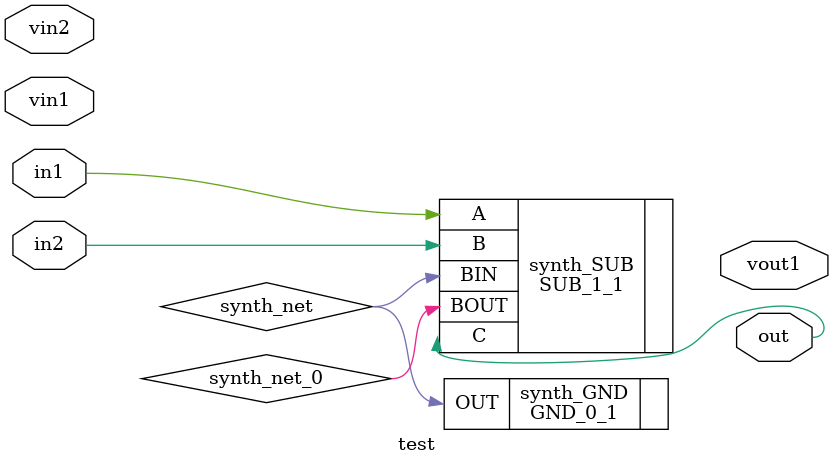
<source format=v>
module test(out, in1, in2, vin1, vin2, vout1);

output wire out;
input wire in1;
input wire in2;
input wire [1:0]vin1;
input wire [2:0]vin2;
output wire [3:0]vout1;
wire synth_net;
wire synth_net_0;
wire synth_net_2;
wire synth_net_3;
wire synth_net_4;
wire synth_net_5;
wire synth_net_6;
GND_0_1 synth_GND(.OUT(synth_net));
SUB_1_1 synth_SUB(.BOUT(synth_net_0), .C(out), .A(in1), .B(in2), .BIN(synth_net)
);
GND_0_1 synth_GND_0(.OUT(synth_net_2));
GND_0_1 synth_GND_1(.OUT(synth_net_3));
GND_0_1 synth_GND_2(.OUT(synth_net_4));
GND_0_1 synth_GND_3(.OUT(synth_net_5));
SUB_4_4 synth_SUB_0(.BOUT(synth_net_6), .C(
    {synth_net_7, synth_net_8, synth_net_9, synth_net_10}), .A(
    {synth_net_2, synth_net_3, vin1[1], vin1[0]}), .B(
    {synth_net_4, vin2[2], vin2[1], vin2[0]}), .BIN(synth_net_5));
endmodule

</source>
